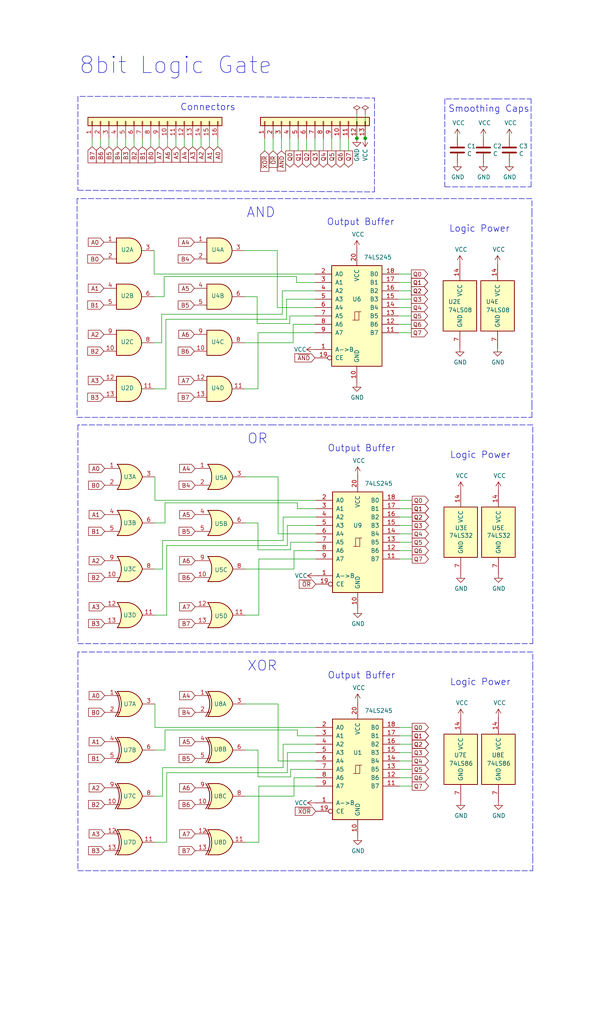
<source format=kicad_sch>
(kicad_sch (version 20211123) (generator eeschema)
  (paper "User" 184.988 310.007)
  (title_block (title "8bit Logic Gate (ALU)") (rev "3"))
  (lib_symbols
    (symbol "74xx:74LS08" (pin_names (offset 1.016))
      (property "Reference" "U" (at 0 1.27 0))
      (property "Value" "74LS08" (at 0 -1.27 0))
      (symbol "74LS08_1_1"
        (pin input line (at -7.62 2.54 0) (length 3.81) (name "~") (number "1"))
        (pin input line (at -7.62 -2.54 0) (length 3.81) (name "~") (number "2"))
        (pin output line (at 7.62 0 180) (length 3.81) (name "~") (number "3"))
      )
      (symbol "74LS08_1_2"
        (pin input inverted (at -7.62 2.54 0) (length 4.318) (name "~") (number "1"))
        (pin input inverted (at -7.62 -2.54 0) (length 4.318) (name "~") (number "2"))
        (pin output inverted (at 7.62 0 180) (length 3.81) (name "~") (number "3"))
      )
      (symbol "74LS08_2_1"
        (pin input line (at -7.62 2.54 0) (length 3.81) (name "~") (number "4"))
        (pin input line (at -7.62 -2.54 0) (length 3.81) (name "~") (number "5"))
        (pin output line (at 7.62 0 180) (length 3.81) (name "~") (number "6"))
      )
      (symbol "74LS08_2_2"
        (pin input inverted (at -7.62 2.54 0) (length 4.318) (name "~") (number "4"))
        (pin input inverted (at -7.62 -2.54 0) (length 4.318) (name "~") (number "5"))
        (pin output inverted (at 7.62 0 180) (length 3.81) (name "~") (number "6"))
      )
      (symbol "74LS08_3_1"
        (pin input line (at -7.62 -2.54 0) (length 3.81) (name "~") (number "10"))
        (pin output line (at 7.62 0 180) (length 3.81) (name "~") (number "8"))
        (pin input line (at -7.62 2.54 0) (length 3.81) (name "~") (number "9"))
      )
      (symbol "74LS08_3_2"
        (pin input inverted (at -7.62 -2.54 0) (length 4.318) (name "~") (number "10"))
        (pin output inverted (at 7.62 0 180) (length 3.81) (name "~") (number "8"))
        (pin input inverted (at -7.62 2.54 0) (length 4.318) (name "~") (number "9"))
      )
      (symbol "74LS08_4_1"
        (pin output line (at 7.62 0 180) (length 3.81) (name "~") (number "11"))
        (pin input line (at -7.62 2.54 0) (length 3.81) (name "~") (number "12"))
        (pin input line (at -7.62 -2.54 0) (length 3.81) (name "~") (number "13"))
      )
      (symbol "74LS08_4_2"
        (pin output inverted (at 7.62 0 180) (length 3.81) (name "~") (number "11"))
        (pin input inverted (at -7.62 2.54 0) (length 4.318) (name "~") (number "12"))
        (pin input inverted (at -7.62 -2.54 0) (length 4.318) (name "~") (number "13"))
      )
      (symbol "74LS08_5_0"
        (pin power_in line (at 0 12.7 270) (length 5.08) (name "VCC") (number "14"))
        (pin power_in line (at 0 -12.7 90) (length 5.08) (name "GND") (number "7"))
      )
    )
    (symbol "74xx:74LS245" (pin_names (offset 1.016))
      (property "Reference" "U" (at -7.62 16.51 0))
      (property "Value" "74LS245" (at -7.62 -16.51 0))
      (symbol "74LS245_1_0"
        (pin input line (at -12.7 -10.16 0) (length 5.08) (name "A->B") (number "1"))
        (pin power_in line (at 0 -20.32 90) (length 5.08) (name "GND") (number "10"))
        (pin tri_state line (at 12.7 -5.08 180) (length 5.08) (name "B7") (number "11"))
        (pin tri_state line (at 12.7 -2.54 180) (length 5.08) (name "B6") (number "12"))
        (pin tri_state line (at 12.7 0 180) (length 5.08) (name "B5") (number "13"))
        (pin tri_state line (at 12.7 2.54 180) (length 5.08) (name "B4") (number "14"))
        (pin tri_state line (at 12.7 5.08 180) (length 5.08) (name "B3") (number "15"))
        (pin tri_state line (at 12.7 7.62 180) (length 5.08) (name "B2") (number "16"))
        (pin tri_state line (at 12.7 10.16 180) (length 5.08) (name "B1") (number "17"))
        (pin tri_state line (at 12.7 12.7 180) (length 5.08) (name "B0") (number "18"))
        (pin input inverted (at -12.7 -12.7 0) (length 5.08) (name "CE") (number "19"))
        (pin tri_state line (at -12.7 12.7 0) (length 5.08) (name "A0") (number "2"))
        (pin power_in line (at 0 20.32 270) (length 5.08) (name "VCC") (number "20"))
        (pin tri_state line (at -12.7 10.16 0) (length 5.08) (name "A1") (number "3"))
        (pin tri_state line (at -12.7 7.62 0) (length 5.08) (name "A2") (number "4"))
        (pin tri_state line (at -12.7 5.08 0) (length 5.08) (name "A3") (number "5"))
        (pin tri_state line (at -12.7 2.54 0) (length 5.08) (name "A4") (number "6"))
        (pin tri_state line (at -12.7 0 0) (length 5.08) (name "A5") (number "7"))
        (pin tri_state line (at -12.7 -2.54 0) (length 5.08) (name "A6") (number "8"))
        (pin tri_state line (at -12.7 -5.08 0) (length 5.08) (name "A7") (number "9"))
      )
    )
    (symbol "74xx:74LS32" (pin_names (offset 1.016))
      (property "Reference" "U" (at 0 1.27 0))
      (property "Value" "74LS32" (at 0 -1.27 0))
      (symbol "74LS32_1_1"
        (pin input line (at -7.62 2.54 0) (length 4.318) (name "~") (number "1"))
        (pin input line (at -7.62 -2.54 0) (length 4.318) (name "~") (number "2"))
        (pin output line (at 7.62 0 180) (length 3.81) (name "~") (number "3"))
      )
      (symbol "74LS32_1_2"
        (pin input inverted (at -7.62 2.54 0) (length 3.81) (name "~") (number "1"))
        (pin input inverted (at -7.62 -2.54 0) (length 3.81) (name "~") (number "2"))
        (pin output inverted (at 7.62 0 180) (length 3.81) (name "~") (number "3"))
      )
      (symbol "74LS32_2_1"
        (pin input line (at -7.62 2.54 0) (length 4.318) (name "~") (number "4"))
        (pin input line (at -7.62 -2.54 0) (length 4.318) (name "~") (number "5"))
        (pin output line (at 7.62 0 180) (length 3.81) (name "~") (number "6"))
      )
      (symbol "74LS32_2_2"
        (pin input inverted (at -7.62 2.54 0) (length 3.81) (name "~") (number "4"))
        (pin input inverted (at -7.62 -2.54 0) (length 3.81) (name "~") (number "5"))
        (pin output inverted (at 7.62 0 180) (length 3.81) (name "~") (number "6"))
      )
      (symbol "74LS32_3_1"
        (pin input line (at -7.62 -2.54 0) (length 4.318) (name "~") (number "10"))
        (pin output line (at 7.62 0 180) (length 3.81) (name "~") (number "8"))
        (pin input line (at -7.62 2.54 0) (length 4.318) (name "~") (number "9"))
      )
      (symbol "74LS32_3_2"
        (pin input inverted (at -7.62 -2.54 0) (length 3.81) (name "~") (number "10"))
        (pin output inverted (at 7.62 0 180) (length 3.81) (name "~") (number "8"))
        (pin input inverted (at -7.62 2.54 0) (length 3.81) (name "~") (number "9"))
      )
      (symbol "74LS32_4_1"
        (pin output line (at 7.62 0 180) (length 3.81) (name "~") (number "11"))
        (pin input line (at -7.62 2.54 0) (length 4.318) (name "~") (number "12"))
        (pin input line (at -7.62 -2.54 0) (length 4.318) (name "~") (number "13"))
      )
      (symbol "74LS32_4_2"
        (pin output inverted (at 7.62 0 180) (length 3.81) (name "~") (number "11"))
        (pin input inverted (at -7.62 2.54 0) (length 3.81) (name "~") (number "12"))
        (pin input inverted (at -7.62 -2.54 0) (length 3.81) (name "~") (number "13"))
      )
      (symbol "74LS32_5_0"
        (pin power_in line (at 0 12.7 270) (length 5.08) (name "VCC") (number "14"))
        (pin power_in line (at 0 -12.7 90) (length 5.08) (name "GND") (number "7"))
      )
    )
    (symbol "74xx:74LS86" (pin_names (offset 1.016))
      (property "Reference" "U" (at 0 1.27 0))
      (property "Value" "74LS86" (at 0 -1.27 0))
      (symbol "74LS86_1_0"
        (pin input line (at -7.62 2.54 0) (length 4.445) (name "~") (number "1"))
        (pin input line (at -7.62 -2.54 0) (length 4.445) (name "~") (number "2"))
        (pin output line (at 7.62 0 180) (length 3.81) (name "~") (number "3"))
      )
      (symbol "74LS86_2_0"
        (pin input line (at -7.62 2.54 0) (length 4.445) (name "~") (number "4"))
        (pin input line (at -7.62 -2.54 0) (length 4.445) (name "~") (number "5"))
        (pin output line (at 7.62 0 180) (length 3.81) (name "~") (number "6"))
      )
      (symbol "74LS86_3_0"
        (pin input line (at -7.62 -2.54 0) (length 4.445) (name "~") (number "10"))
        (pin output line (at 7.62 0 180) (length 3.81) (name "~") (number "8"))
        (pin input line (at -7.62 2.54 0) (length 4.445) (name "~") (number "9"))
      )
      (symbol "74LS86_4_0"
        (pin output line (at 7.62 0 180) (length 3.81) (name "~") (number "11"))
        (pin input line (at -7.62 2.54 0) (length 4.445) (name "~") (number "12"))
        (pin input line (at -7.62 -2.54 0) (length 4.445) (name "~") (number "13"))
      )
      (symbol "74LS86_5_0"
        (pin power_in line (at 0 12.7 270) (length 5.08) (name "VCC") (number "14"))
        (pin power_in line (at 0 -12.7 90) (length 5.08) (name "GND") (number "7"))
      )
    )
    (symbol "Connector_Generic:Conn_01x13" (pin_names (offset 1.016) hide)
      (property "Reference" "J" (at 0 17.78 0))
      (property "Value" "Conn_01x13" (at 0 -17.78 0))
      (symbol "Conn_01x13_1_1"
        (pin passive line (at -5.08 15.24 0) (length 3.81) (name "Pin_1") (number "1"))
        (pin passive line (at -5.08 -7.62 0) (length 3.81) (name "Pin_10") (number "10"))
        (pin passive line (at -5.08 -10.16 0) (length 3.81) (name "Pin_11") (number "11"))
        (pin passive line (at -5.08 -12.7 0) (length 3.81) (name "Pin_12") (number "12"))
        (pin passive line (at -5.08 -15.24 0) (length 3.81) (name "Pin_13") (number "13"))
        (pin passive line (at -5.08 12.7 0) (length 3.81) (name "Pin_2") (number "2"))
        (pin passive line (at -5.08 10.16 0) (length 3.81) (name "Pin_3") (number "3"))
        (pin passive line (at -5.08 7.62 0) (length 3.81) (name "Pin_4") (number "4"))
        (pin passive line (at -5.08 5.08 0) (length 3.81) (name "Pin_5") (number "5"))
        (pin passive line (at -5.08 2.54 0) (length 3.81) (name "Pin_6") (number "6"))
        (pin passive line (at -5.08 0 0) (length 3.81) (name "Pin_7") (number "7"))
        (pin passive line (at -5.08 -2.54 0) (length 3.81) (name "Pin_8") (number "8"))
        (pin passive line (at -5.08 -5.08 0) (length 3.81) (name "Pin_9") (number "9"))
      )
    )
    (symbol "Connector_Generic:Conn_01x16" (pin_names (offset 1.016) hide)
      (property "Reference" "J" (at 0 20.32 0))
      (property "Value" "Conn_01x16" (at 0 -22.86 0))
      (symbol "Conn_01x16_1_1"
        (pin passive line (at -5.08 17.78 0) (length 3.81) (name "Pin_1") (number "1"))
        (pin passive line (at -5.08 -5.08 0) (length 3.81) (name "Pin_10") (number "10"))
        (pin passive line (at -5.08 -7.62 0) (length 3.81) (name "Pin_11") (number "11"))
        (pin passive line (at -5.08 -10.16 0) (length 3.81) (name "Pin_12") (number "12"))
        (pin passive line (at -5.08 -12.7 0) (length 3.81) (name "Pin_13") (number "13"))
        (pin passive line (at -5.08 -15.24 0) (length 3.81) (name "Pin_14") (number "14"))
        (pin passive line (at -5.08 -17.78 0) (length 3.81) (name "Pin_15") (number "15"))
        (pin passive line (at -5.08 -20.32 0) (length 3.81) (name "Pin_16") (number "16"))
        (pin passive line (at -5.08 15.24 0) (length 3.81) (name "Pin_2") (number "2"))
        (pin passive line (at -5.08 12.7 0) (length 3.81) (name "Pin_3") (number "3"))
        (pin passive line (at -5.08 10.16 0) (length 3.81) (name "Pin_4") (number "4"))
        (pin passive line (at -5.08 7.62 0) (length 3.81) (name "Pin_5") (number "5"))
        (pin passive line (at -5.08 5.08 0) (length 3.81) (name "Pin_6") (number "6"))
        (pin passive line (at -5.08 2.54 0) (length 3.81) (name "Pin_7") (number "7"))
        (pin passive line (at -5.08 0 0) (length 3.81) (name "Pin_8") (number "8"))
        (pin passive line (at -5.08 -2.54 0) (length 3.81) (name "Pin_9") (number "9"))
      )
    )
    (symbol "Device:C" (pin_numbers hide) (pin_names (offset 0.254))
      (property "Reference" "C" (at 0.635 2.54 0))
      (property "Value" "C" (at 0.635 -2.54 0))
      (symbol "C_1_1"
        (pin passive line (at 0 3.81 270) (length 2.794) (name "~") (number "1"))
        (pin passive line (at 0 -3.81 90) (length 2.794) (name "~") (number "2"))
      )
    )
    (symbol "power:GND" (power) (pin_names (offset 0))
      (property "Value" "GND" (at 0 -3.81 0))
      (symbol "GND_1_1"
        (pin power_in line (at 0 0 270) (length 0) hide (name "GND") (number "1"))
      )
    )
    (symbol "power:PWR_FLAG" (power) (pin_numbers hide) (pin_names (offset 0) hide)
      (property "Value" "PWR_FLAG" (at 0 3.81 0))
      (symbol "PWR_FLAG_0_0"
        (pin power_out line (at 0 0 90) (length 0) (name "pwr") (number "1"))
      )
    )
    (symbol "power:VCC" (power) (pin_names (offset 0))
      (property "Value" "VCC" (at 0 3.81 0))
      (symbol "VCC_1_1"
        (pin power_in line (at 0 0 90) (length 0) hide (name "VCC") (number "1"))
      )
    )
  )
  (junction (at 108.204 41.91))
  (junction (at 110.744 41.91))
  (wire (pts (xy 90.17 154.178) (xy 90.17 152.4)))
  (polyline (pts (xy 161.544 133.35) (xy 161.544 128.778)))
  (wire (pts (xy 124.968 220.472) (xy 121.158 220.472)))
  (wire (pts (xy 121.158 228.092) (xy 124.968 228.092)))
  (wire (pts (xy 95.758 235.712) (xy 89.154 235.712)))
  (wire (pts (xy 121.158 233.172) (xy 124.968 233.172)))
  (wire (pts (xy 121.158 156.718) (xy 124.968 156.718)))
  (wire (pts (xy 120.904 88.138) (xy 124.714 88.138)))
  (wire (pts (xy 85.852 156.718) (xy 95.758 156.718)))
  (wire (pts (xy 58.42 41.91) (xy 58.42 44.45)))
  (wire (pts (xy 95.758 233.172) (xy 88.138 233.172)))
  (polyline (pts (xy 23.622 57.658) (xy 113.538 58.166)))
  (polyline (pts (xy 161.036 56.642) (xy 161.036 29.972)))
  (polyline (pts (xy 62.484 29.21) (xy 113.538 29.718)))
  (polyline (pts (xy 51.562 128.778) (xy 82.804 128.778)))
  (wire (pts (xy 121.158 230.632) (xy 124.968 230.632)))
  (wire (pts (xy 84.074 75.946) (xy 84.074 93.218)))
  (wire (pts (xy 35.56 41.91) (xy 35.56 44.45)))
  (wire (pts (xy 120.904 100.838) (xy 124.714 100.838)))
  (wire (pts (xy 43.18 41.91) (xy 43.18 44.45)))
  (wire (pts (xy 100.584 45.72) (xy 100.584 41.91)))
  (wire (pts (xy 49.276 172.466) (xy 49.276 163.83)))
  (wire (pts (xy 95.758 166.878) (xy 89.154 166.878)))
  (wire (pts (xy 85.344 45.72) (xy 85.344 41.91)))
  (wire (pts (xy 78.486 186.436) (xy 74.422 186.436)))
  (wire (pts (xy 78.232 235.458) (xy 78.232 227.33)))
  (polyline (pts (xy 23.622 263.906) (xy 82.804 263.906)))
  (wire (pts (xy 95.504 90.678) (xy 86.868 90.678)))
  (wire (pts (xy 50.546 234.188) (xy 50.546 255.27)))
  (wire (pts (xy 95.758 223.012) (xy 90.17 223.012)))
  (wire (pts (xy 88.138 233.172) (xy 88.138 235.458)))
  (wire (pts (xy 95.504 45.72) (xy 95.504 41.91)))
  (wire (pts (xy 78.232 100.838) (xy 78.232 117.856)))
  (wire (pts (xy 49.784 83.82) (xy 49.784 89.916)))
  (wire (pts (xy 95.758 220.472) (xy 46.99 220.472)))
  (polyline (pts (xy 161.544 260.35) (xy 161.544 202.184)))
  (wire (pts (xy 95.504 98.298) (xy 88.9 98.298)))
  (polyline (pts (xy 134.874 29.972) (xy 134.874 56.642)))
  (wire (pts (xy 49.276 163.83) (xy 85.852 163.83)))
  (wire (pts (xy 121.158 238.252) (xy 124.968 238.252)))
  (wire (pts (xy 74.422 213.36) (xy 84.328 213.36)))
  (wire (pts (xy 89.916 85.598) (xy 89.916 83.82)))
  (wire (pts (xy 85.598 88.138) (xy 95.504 88.138)))
  (polyline (pts (xy 161.544 128.778) (xy 82.804 128.778)))
  (wire (pts (xy 95.758 159.258) (xy 87.122 159.258)))
  (wire (pts (xy 88.9 98.298) (xy 88.9 103.886)))
  (wire (pts (xy 121.158 166.878) (xy 124.968 166.878)))
  (wire (pts (xy 46.736 83.058) (xy 46.736 75.946)))
  (polyline (pts (xy 51.308 60.198) (xy 82.55 60.198)))
  (wire (pts (xy 85.598 95.25) (xy 85.598 88.138)))
  (wire (pts (xy 120.904 85.598) (xy 124.714 85.598)))
  (wire (pts (xy 84.328 230.632) (xy 95.758 230.632)))
  (wire (pts (xy 121.158 223.012) (xy 124.968 223.012)))
  (wire (pts (xy 121.158 154.178) (xy 124.968 154.178)))
  (wire (pts (xy 60.96 41.91) (xy 60.96 44.45)))
  (wire (pts (xy 95.758 151.638) (xy 46.99 151.638)))
  (wire (pts (xy 78.232 227.33) (xy 74.422 227.33)))
  (wire (pts (xy 78.486 238.252) (xy 78.486 255.27)))
  (wire (pts (xy 50.546 165.354) (xy 50.546 186.436)))
  (wire (pts (xy 85.852 163.83) (xy 85.852 156.718)))
  (wire (pts (xy 121.158 169.418) (xy 124.968 169.418)))
  (wire (pts (xy 95.758 228.092) (xy 87.122 228.092)))
  (wire (pts (xy 78.232 117.856) (xy 74.168 117.856)))
  (polyline (pts (xy 161.29 122.936) (xy 161.29 64.77)))
  (polyline (pts (xy 51.308 60.198) (xy 23.368 60.198)))
  (polyline (pts (xy 51.562 197.612) (xy 23.622 197.612)))
  (wire (pts (xy 124.968 151.638) (xy 121.158 151.638)))
  (polyline (pts (xy 23.622 195.072) (xy 82.804 195.072)))
  (wire (pts (xy 77.978 89.916) (xy 74.168 89.916)))
  (wire (pts (xy 46.99 172.466) (xy 49.276 172.466)))
  (wire (pts (xy 98.044 45.72) (xy 98.044 41.91)))
  (wire (pts (xy 90.17 221.234) (xy 50.038 221.234)))
  (polyline (pts (xy 134.874 56.642) (xy 161.036 56.642)))
  (wire (pts (xy 86.868 90.678) (xy 86.868 96.774)))
  (wire (pts (xy 95.758 164.338) (xy 88.138 164.338)))
  (polyline (pts (xy 161.544 263.906) (xy 161.544 260.35)))
  (wire (pts (xy 50.038 221.234) (xy 50.038 227.33)))
  (wire (pts (xy 87.884 98.044) (xy 77.978 98.044)))
  (polyline (pts (xy 51.562 128.778) (xy 23.622 128.778)))
  (wire (pts (xy 121.158 159.258) (xy 124.968 159.258)))
  (wire (pts (xy 89.154 241.3) (xy 74.422 241.3)))
  (wire (pts (xy 95.504 95.758) (xy 87.884 95.758)))
  (wire (pts (xy 85.852 232.664) (xy 85.852 225.552)))
  (wire (pts (xy 121.158 235.712) (xy 124.968 235.712)))
  (polyline (pts (xy 82.804 195.072) (xy 161.544 195.072)))
  (polyline (pts (xy 82.804 263.906) (xy 161.544 263.906)))
  (wire (pts (xy 84.328 161.798) (xy 95.758 161.798)))
  (wire (pts (xy 95.504 100.838) (xy 78.232 100.838)))
  (wire (pts (xy 89.154 166.878) (xy 89.154 172.466)))
  (wire (pts (xy 90.424 45.72) (xy 90.424 41.91)))
  (wire (pts (xy 30.48 41.91) (xy 30.48 44.45)))
  (polyline (pts (xy 161.544 191.516) (xy 161.544 133.35)))
  (polyline (pts (xy 161.29 64.77) (xy 161.29 60.198)))
  (wire (pts (xy 49.022 95.25) (xy 85.598 95.25)))
  (polyline (pts (xy 150.622 29.972) (xy 134.874 29.972)))
  (wire (pts (xy 50.546 186.436) (xy 46.99 186.436)))
  (wire (pts (xy 95.758 154.178) (xy 90.17 154.178)))
  (wire (pts (xy 108.204 34.544) (xy 108.204 41.91)))
  (polyline (pts (xy 161.544 195.072) (xy 161.544 191.516)))
  (wire (pts (xy 89.154 172.466) (xy 74.422 172.466)))
  (wire (pts (xy 50.292 117.856) (xy 46.736 117.856)))
  (wire (pts (xy 63.5 41.91) (xy 63.5 44.45)))
  (wire (pts (xy 87.884 95.758) (xy 87.884 98.044)))
  (wire (pts (xy 88.138 235.458) (xy 78.232 235.458)))
  (wire (pts (xy 49.276 241.3) (xy 49.276 232.664)))
  (wire (pts (xy 49.784 83.82) (xy 89.916 83.82)))
  (wire (pts (xy 121.158 161.798) (xy 124.968 161.798)))
  (wire (pts (xy 124.714 83.058) (xy 120.904 83.058)))
  (polyline (pts (xy 23.622 197.612) (xy 23.622 263.906)))
  (wire (pts (xy 120.904 93.218) (xy 124.714 93.218)))
  (wire (pts (xy 87.884 45.72) (xy 87.884 41.91)))
  (wire (pts (xy 92.964 45.72) (xy 92.964 41.91)))
  (wire (pts (xy 50.546 255.27) (xy 46.99 255.27)))
  (wire (pts (xy 88.9 103.886) (xy 74.168 103.886)))
  (wire (pts (xy 87.122 234.188) (xy 50.546 234.188)))
  (polyline (pts (xy 82.55 126.492) (xy 161.29 126.492)))
  (wire (pts (xy 87.122 165.354) (xy 50.546 165.354)))
  (wire (pts (xy 120.904 98.298) (xy 124.714 98.298)))
  (wire (pts (xy 50.292 96.774) (xy 50.292 117.856)))
  (polyline (pts (xy 161.29 126.492) (xy 161.29 122.936)))
  (wire (pts (xy 82.804 45.72) (xy 82.804 41.91)))
  (wire (pts (xy 53.34 41.91) (xy 53.34 44.45)))
  (wire (pts (xy 45.72 41.91) (xy 45.72 44.45)))
  (wire (pts (xy 55.88 41.91) (xy 55.88 44.45)))
  (polyline (pts (xy 161.29 60.198) (xy 82.55 60.198)))
  (polyline (pts (xy 23.368 126.492) (xy 82.55 126.492)))
  (wire (pts (xy 105.664 45.72) (xy 105.664 41.91)))
  (wire (pts (xy 46.99 158.496) (xy 50.038 158.496)))
  (polyline (pts (xy 62.484 29.21) (xy 23.622 29.21)))
  (polyline (pts (xy 23.622 128.778) (xy 23.622 195.072)))
  (wire (pts (xy 78.232 166.624) (xy 78.232 158.496)))
  (wire (pts (xy 120.904 95.758) (xy 124.714 95.758)))
  (wire (pts (xy 86.868 96.774) (xy 50.292 96.774)))
  (wire (pts (xy 121.158 164.338) (xy 124.968 164.338)))
  (wire (pts (xy 84.328 213.36) (xy 84.328 230.632)))
  (wire (pts (xy 74.168 75.946) (xy 84.074 75.946)))
  (wire (pts (xy 87.122 228.092) (xy 87.122 234.188)))
  (wire (pts (xy 49.022 103.886) (xy 49.022 95.25)))
  (wire (pts (xy 88.138 166.624) (xy 78.232 166.624)))
  (wire (pts (xy 90.17 223.012) (xy 90.17 221.234)))
  (wire (pts (xy 95.504 85.598) (xy 89.916 85.598)))
  (wire (pts (xy 110.744 34.544) (xy 110.744 41.91)))
  (wire (pts (xy 120.904 90.678) (xy 124.714 90.678)))
  (wire (pts (xy 74.422 144.526) (xy 84.328 144.526)))
  (wire (pts (xy 103.124 45.72) (xy 103.124 41.91)))
  (polyline (pts (xy 113.538 58.166) (xy 113.538 29.718)))
  (wire (pts (xy 89.154 235.712) (xy 89.154 241.3)))
  (wire (pts (xy 95.758 169.418) (xy 78.486 169.418)))
  (wire (pts (xy 95.504 83.058) (xy 46.736 83.058)))
  (wire (pts (xy 78.232 158.496) (xy 74.422 158.496)))
  (wire (pts (xy 85.852 225.552) (xy 95.758 225.552)))
  (wire (pts (xy 78.486 169.418) (xy 78.486 186.436)))
  (wire (pts (xy 46.99 151.638) (xy 46.99 144.526)))
  (wire (pts (xy 50.038 152.4) (xy 50.038 158.496)))
  (polyline (pts (xy 51.562 197.612) (xy 82.804 197.612)))
  (polyline (pts (xy 161.544 202.184) (xy 161.544 197.612)))
  (wire (pts (xy 84.074 93.218) (xy 95.504 93.218)))
  (wire (pts (xy 46.99 220.472) (xy 46.99 213.36)))
  (wire (pts (xy 78.486 255.27) (xy 74.422 255.27)))
  (wire (pts (xy 46.99 227.33) (xy 50.038 227.33)))
  (wire (pts (xy 46.736 89.916) (xy 49.784 89.916)))
  (wire (pts (xy 88.138 164.338) (xy 88.138 166.624)))
  (wire (pts (xy 80.264 45.72) (xy 80.264 41.91)))
  (wire (pts (xy 90.17 152.4) (xy 50.038 152.4)))
  (wire (pts (xy 38.1 41.91) (xy 38.1 44.45)))
  (wire (pts (xy 46.99 241.3) (xy 49.276 241.3)))
  (wire (pts (xy 87.122 159.258) (xy 87.122 165.354)))
  (wire (pts (xy 50.8 41.91) (xy 50.8 44.45)))
  (wire (pts (xy 66.04 41.91) (xy 66.04 44.45)))
  (wire (pts (xy 46.736 103.886) (xy 49.022 103.886)))
  (wire (pts (xy 27.94 41.91) (xy 27.94 44.45)))
  (wire (pts (xy 33.02 41.91) (xy 33.02 44.45)))
  (wire (pts (xy 84.328 144.526) (xy 84.328 161.798)))
  (polyline (pts (xy 150.622 29.972) (xy 161.036 29.972)))
  (wire (pts (xy 95.758 238.252) (xy 78.486 238.252)))
  (polyline (pts (xy 161.544 197.612) (xy 82.804 197.612)))
  (wire (pts (xy 48.26 41.91) (xy 48.26 44.45)))
  (wire (pts (xy 49.276 232.664) (xy 85.852 232.664)))
  (polyline (pts (xy 23.622 29.21) (xy 23.622 57.658)))
  (wire (pts (xy 40.64 41.91) (xy 40.64 44.45)))
  (wire (pts (xy 77.978 98.044) (xy 77.978 89.916)))
  (wire (pts (xy 121.158 225.552) (xy 124.968 225.552)))
  (polyline (pts (xy 23.368 60.198) (xy 23.368 126.492)))
  (text "8bit Logic Gate" (at 23.876 22.86 0) (effects (font (size 5 5)) (justify left bottom)))
  (text "Logic Power" (at 136.398 208.026 0) (effects (font (size 2 2)) (justify left bottom)))
  (text "Smoothing Caps" (at 135.89 34.29 0) (effects (font (size 2 2)) (justify left bottom)))
  (text "Logic Power" (at 136.144 70.612 0) (effects (font (size 2 2)) (justify left bottom)))
  (text "Output Buffer" (at 99.06 68.58 0) (effects (font (size 2 2)) (justify left bottom)))
  (text "Connectors" (at 54.61 33.782 0) (effects (font (size 2 2)) (justify left bottom)))
  (text "OR" (at 74.93 134.874 0) (effects (font (size 3 3)) (justify left bottom)))
  (text "Output Buffer" (at 99.314 205.994 0) (effects (font (size 2 2)) (justify left bottom)))
  (text "XOR" (at 74.93 203.708 0) (effects (font (size 3 3)) (justify left bottom)))
  (text "Logic Power" (at 136.398 139.192 0) (effects (font (size 2 2)) (justify left bottom)))
  (text "Output Buffer" (at 99.314 137.16 0) (effects (font (size 2 2)) (justify left bottom)))
  (text "AND" (at 74.676 66.294 0) (effects (font (size 3 3)) (justify left bottom)))
  (global_label "A4" (shape input) (at 55.88 44.45 270) (property "Intersheet References" "${INTERSHEET_REFS}" (effects hide)))
  (global_label "A1" (shape input) (at 31.75 155.956 180) (property "Intersheet References" "${INTERSHEET_REFS}" (effects hide)))
  (global_label "A2" (shape input) (at 31.496 101.346 180) (property "Intersheet References" "${INTERSHEET_REFS}" (effects hide)))
  (global_label "B5" (shape input) (at 33.02 44.45 270) (property "Intersheet References" "${INTERSHEET_REFS}" (effects hide)))
  (global_label "Q6" (shape output) (at 103.124 45.72 270) (property "Intersheet References" "${INTERSHEET_REFS}" (effects hide)))
  (global_label "A7" (shape input) (at 48.26 44.45 270) (property "Intersheet References" "${INTERSHEET_REFS}" (effects hide)))
  (global_label "A5" (shape input) (at 58.928 87.376 180) (property "Intersheet References" "${INTERSHEET_REFS}" (effects hide)))
  (global_label "Q7" (shape output) (at 105.664 45.72 270) (property "Intersheet References" "${INTERSHEET_REFS}" (effects hide)))
  (global_label "A4" (shape input) (at 58.928 73.406 180) (property "Intersheet References" "${INTERSHEET_REFS}" (effects hide)))
  (global_label "Q6" (shape output) (at 124.714 98.298 0) (property "Intersheet References" "${INTERSHEET_REFS}" (effects hide)))
  (global_label "Q2" (shape output) (at 124.714 88.138 0) (property "Intersheet References" "${INTERSHEET_REFS}" (effects hide)))
  (global_label "Q4" (shape output) (at 124.968 230.632 0) (property "Intersheet References" "${INTERSHEET_REFS}" (effects hide)))
  (global_label "B0" (shape input) (at 31.75 215.9 180) (property "Intersheet References" "${INTERSHEET_REFS}" (effects hide)))
  (global_label "B6" (shape input) (at 58.928 106.426 180) (property "Intersheet References" "${INTERSHEET_REFS}" (effects hide)))
  (global_label "Q0" (shape output) (at 124.968 151.638 0) (property "Intersheet References" "${INTERSHEET_REFS}" (effects hide)))
  (global_label "Q0" (shape output) (at 87.884 45.72 270) (property "Intersheet References" "${INTERSHEET_REFS}" (effects hide)))
  (global_label "B3" (shape input) (at 31.496 120.396 180) (property "Intersheet References" "${INTERSHEET_REFS}" (effects hide)))
  (global_label "~{OR}" (shape input) (at 95.758 177.038 180) (property "Intersheet References" "${INTERSHEET_REFS}" (effects hide)))
  (global_label "Q1" (shape output) (at 124.968 223.012 0) (property "Intersheet References" "${INTERSHEET_REFS}" (effects hide)))
  (global_label "Q2" (shape output) (at 124.968 225.552 0) (property "Intersheet References" "${INTERSHEET_REFS}" (effects hide)))
  (global_label "~{XOR}" (shape input) (at 80.264 45.72 270) (property "Intersheet References" "${INTERSHEET_REFS}" (effects hide)))
  (global_label "B7" (shape input) (at 58.928 120.396 180) (property "Intersheet References" "${INTERSHEET_REFS}" (effects hide)))
  (global_label "~{OR}" (shape input) (at 82.804 45.72 270) (property "Intersheet References" "${INTERSHEET_REFS}" (effects hide)))
  (global_label "B7" (shape input) (at 27.94 44.45 270) (property "Intersheet References" "${INTERSHEET_REFS}" (effects hide)))
  (global_label "Q7" (shape output) (at 124.714 100.838 0) (property "Intersheet References" "${INTERSHEET_REFS}" (effects hide)))
  (global_label "B7" (shape input) (at 59.182 257.81 180) (property "Intersheet References" "${INTERSHEET_REFS}" (effects hide)))
  (global_label "Q3" (shape output) (at 95.504 45.72 270) (property "Intersheet References" "${INTERSHEET_REFS}" (effects hide)))
  (global_label "B2" (shape input) (at 40.64 44.45 270) (property "Intersheet References" "${INTERSHEET_REFS}" (effects hide)))
  (global_label "Q2" (shape output) (at 124.968 156.718 0) (property "Intersheet References" "${INTERSHEET_REFS}" (effects hide)))
  (global_label "B0" (shape input) (at 31.496 78.486 180) (property "Intersheet References" "${INTERSHEET_REFS}" (effects hide)))
  (global_label "A1" (shape input) (at 31.496 87.376 180) (property "Intersheet References" "${INTERSHEET_REFS}" (effects hide)))
  (global_label "A2" (shape input) (at 31.75 238.76 180) (property "Intersheet References" "${INTERSHEET_REFS}" (effects hide)))
  (global_label "Q6" (shape output) (at 124.968 235.712 0) (property "Intersheet References" "${INTERSHEET_REFS}" (effects hide)))
  (global_label "B5" (shape input) (at 59.182 161.036 180) (property "Intersheet References" "${INTERSHEET_REFS}" (effects hide)))
  (global_label "A7" (shape input) (at 59.182 183.896 180) (property "Intersheet References" "${INTERSHEET_REFS}" (effects hide)))
  (global_label "A3" (shape input) (at 31.75 252.73 180) (property "Intersheet References" "${INTERSHEET_REFS}" (effects hide)))
  (global_label "Q2" (shape output) (at 124.968 225.552 0) (property "Intersheet References" "${INTERSHEET_REFS}" (effects hide)))
  (global_label "B4" (shape input) (at 35.56 44.45 270) (property "Intersheet References" "${INTERSHEET_REFS}" (effects hide)))
  (global_label "Q1" (shape output) (at 124.968 223.012 0) (property "Intersheet References" "${INTERSHEET_REFS}" (effects hide)))
  (global_label "A0" (shape input) (at 31.496 73.406 180) (property "Intersheet References" "${INTERSHEET_REFS}" (effects hide)))
  (global_label "Q1" (shape output) (at 124.968 154.178 0) (property "Intersheet References" "${INTERSHEET_REFS}" (effects hide)))
  (global_label "A0" (shape input) (at 66.04 44.45 270) (property "Intersheet References" "${INTERSHEET_REFS}" (effects hide)))
  (global_label "A1" (shape input) (at 31.75 224.79 180) (property "Intersheet References" "${INTERSHEET_REFS}" (effects hide)))
  (global_label "A5" (shape input) (at 59.182 155.956 180) (property "Intersheet References" "${INTERSHEET_REFS}" (effects hide)))
  (global_label "A6" (shape input) (at 59.182 238.76 180) (property "Intersheet References" "${INTERSHEET_REFS}" (effects hide)))
  (global_label "B1" (shape input) (at 31.75 229.87 180) (property "Intersheet References" "${INTERSHEET_REFS}" (effects hide)))
  (global_label "B2" (shape input) (at 31.75 243.84 180) (property "Intersheet References" "${INTERSHEET_REFS}" (effects hide)))
  (global_label "B2" (shape input) (at 31.496 106.426 180) (property "Intersheet References" "${INTERSHEET_REFS}" (effects hide)))
  (global_label "Q3" (shape output) (at 124.968 159.258 0) (property "Intersheet References" "${INTERSHEET_REFS}" (effects hide)))
  (global_label "A5" (shape input) (at 59.182 224.79 180) (property "Intersheet References" "${INTERSHEET_REFS}" (effects hide)))
  (global_label "B1" (shape input) (at 43.18 44.45 270) (property "Intersheet References" "${INTERSHEET_REFS}" (effects hide)))
  (global_label "B0" (shape input) (at 45.72 44.45 270) (property "Intersheet References" "${INTERSHEET_REFS}" (effects hide)))
  (global_label "Q1" (shape output) (at 124.714 85.598 0) (property "Intersheet References" "${INTERSHEET_REFS}" (effects hide)))
  (global_label "Q2" (shape output) (at 124.968 156.718 0) (property "Intersheet References" "${INTERSHEET_REFS}" (effects hide)))
  (global_label "A5" (shape input) (at 53.34 44.45 270) (property "Intersheet References" "${INTERSHEET_REFS}" (effects hide)))
  (global_label "B0" (shape input) (at 31.75 147.066 180) (property "Intersheet References" "${INTERSHEET_REFS}" (effects hide)))
  (global_label "A3" (shape input) (at 31.496 115.316 180) (property "Intersheet References" "${INTERSHEET_REFS}" (effects hide)))
  (global_label "B5" (shape input) (at 59.182 229.87 180) (property "Intersheet References" "${INTERSHEET_REFS}" (effects hide)))
  (global_label "Q7" (shape output) (at 124.968 238.252 0) (property "Intersheet References" "${INTERSHEET_REFS}" (effects hide)))
  (global_label "Q7" (shape output) (at 124.968 169.418 0) (property "Intersheet References" "${INTERSHEET_REFS}" (effects hide)))
  (global_label "Q3" (shape output) (at 124.968 228.092 0) (property "Intersheet References" "${INTERSHEET_REFS}" (effects hide)))
  (global_label "B4" (shape input) (at 59.182 215.9 180) (property "Intersheet References" "${INTERSHEET_REFS}" (effects hide)))
  (global_label "B7" (shape input) (at 59.182 188.976 180) (property "Intersheet References" "${INTERSHEET_REFS}" (effects hide)))
  (global_label "B3" (shape input) (at 38.1 44.45 270) (property "Intersheet References" "${INTERSHEET_REFS}" (effects hide)))
  (global_label "B6" (shape input) (at 59.182 243.84 180) (property "Intersheet References" "${INTERSHEET_REFS}" (effects hide)))
  (global_label "A0" (shape input) (at 31.75 141.986 180) (property "Intersheet References" "${INTERSHEET_REFS}" (effects hide)))
  (global_label "A0" (shape input) (at 31.75 210.82 180) (property "Intersheet References" "${INTERSHEET_REFS}" (effects hide)))
  (global_label "B3" (shape input) (at 31.75 188.976 180) (property "Intersheet References" "${INTERSHEET_REFS}" (effects hide)))
  (global_label "Q2" (shape output) (at 124.714 88.138 0) (property "Intersheet References" "${INTERSHEET_REFS}" (effects hide)))
  (global_label "Q4" (shape output) (at 124.714 93.218 0) (property "Intersheet References" "${INTERSHEET_REFS}" (effects hide)))
  (global_label "Q1" (shape output) (at 124.714 85.598 0) (property "Intersheet References" "${INTERSHEET_REFS}" (effects hide)))
  (global_label "A2" (shape input) (at 60.96 44.45 270) (property "Intersheet References" "${INTERSHEET_REFS}" (effects hide)))
  (global_label "B5" (shape input) (at 58.928 92.456 180) (property "Intersheet References" "${INTERSHEET_REFS}" (effects hide)))
  (global_label "Q3" (shape output) (at 124.714 90.678 0) (property "Intersheet References" "${INTERSHEET_REFS}" (effects hide)))
  (global_label "A2" (shape input) (at 31.75 169.926 180) (property "Intersheet References" "${INTERSHEET_REFS}" (effects hide)))
  (global_label "Q6" (shape output) (at 124.968 166.878 0) (property "Intersheet References" "${INTERSHEET_REFS}" (effects hide)))
  (global_label "B6" (shape input) (at 30.48 44.45 270) (property "Intersheet References" "${INTERSHEET_REFS}" (effects hide)))
  (global_label "A3" (shape input) (at 58.42 44.45 270) (property "Intersheet References" "${INTERSHEET_REFS}" (effects hide)))
  (global_label "Q5" (shape output) (at 124.968 164.338 0) (property "Intersheet References" "${INTERSHEET_REFS}" (effects hide)))
  (global_label "Q1" (shape output) (at 124.968 154.178 0) (property "Intersheet References" "${INTERSHEET_REFS}" (effects hide)))
  (global_label "B1" (shape input) (at 31.496 92.456 180) (property "Intersheet References" "${INTERSHEET_REFS}" (effects hide)))
  (global_label "~{AND}" (shape input) (at 85.344 45.72 270) (property "Intersheet References" "${INTERSHEET_REFS}" (effects hide)))
  (global_label "B4" (shape input) (at 58.928 78.486 180) (property "Intersheet References" "${INTERSHEET_REFS}" (effects hide)))
  (global_label "~{AND}" (shape input) (at 95.504 108.458 180) (property "Intersheet References" "${INTERSHEET_REFS}" (effects hide)))
  (global_label "A3" (shape input) (at 31.75 183.896 180) (property "Intersheet References" "${INTERSHEET_REFS}" (effects hide)))
  (global_label "~{XOR}" (shape input) (at 95.758 245.872 180) (property "Intersheet References" "${INTERSHEET_REFS}" (effects hide)))
  (global_label "B2" (shape input) (at 31.75 175.006 180) (property "Intersheet References" "${INTERSHEET_REFS}" (effects hide)))
  (global_label "Q0" (shape output) (at 124.714 83.058 0) (property "Intersheet References" "${INTERSHEET_REFS}" (effects hide)))
  (global_label "A6" (shape input) (at 50.8 44.45 270) (property "Intersheet References" "${INTERSHEET_REFS}" (effects hide)))
  (global_label "Q5" (shape output) (at 124.968 233.172 0) (property "Intersheet References" "${INTERSHEET_REFS}" (effects hide)))
  (global_label "Q4" (shape output) (at 98.044 45.72 270) (property "Intersheet References" "${INTERSHEET_REFS}" (effects hide)))
  (global_label "A4" (shape input) (at 59.182 141.986 180) (property "Intersheet References" "${INTERSHEET_REFS}" (effects hide)))
  (global_label "B6" (shape input) (at 59.182 175.006 180) (property "Intersheet References" "${INTERSHEET_REFS}" (effects hide)))
  (global_label "Q4" (shape output) (at 124.968 161.798 0) (property "Intersheet References" "${INTERSHEET_REFS}" (effects hide)))
  (global_label "Q5" (shape output) (at 100.584 45.72 270) (property "Intersheet References" "${INTERSHEET_REFS}" (effects hide)))
  (global_label "Q2" (shape output) (at 92.964 45.72 270) (property "Intersheet References" "${INTERSHEET_REFS}" (effects hide)))
  (global_label "A4" (shape input) (at 59.182 210.82 180) (property "Intersheet References" "${INTERSHEET_REFS}" (effects hide)))
  (global_label "A6" (shape input) (at 58.928 101.346 180) (property "Intersheet References" "${INTERSHEET_REFS}" (effects hide)))
  (global_label "B4" (shape input) (at 59.182 147.066 180) (property "Intersheet References" "${INTERSHEET_REFS}" (effects hide)))
  (global_label "Q0" (shape output) (at 124.968 220.472 0) (property "Intersheet References" "${INTERSHEET_REFS}" (effects hide)))
  (global_label "Q1" (shape output) (at 90.424 45.72 270) (property "Intersheet References" "${INTERSHEET_REFS}" (effects hide)))
  (global_label "B3" (shape input) (at 31.75 257.81 180) (property "Intersheet References" "${INTERSHEET_REFS}" (effects hide)))
  (global_label "B1" (shape input) (at 31.75 161.036 180) (property "Intersheet References" "${INTERSHEET_REFS}" (effects hide)))
  (global_label "Q5" (shape output) (at 124.714 95.758 0) (property "Intersheet References" "${INTERSHEET_REFS}" (effects hide)))
  (global_label "A1" (shape input) (at 63.5 44.45 270) (property "Intersheet References" "${INTERSHEET_REFS}" (effects hide)))
  (global_label "A7" (shape input) (at 59.182 252.73 180) (property "Intersheet References" "${INTERSHEET_REFS}" (effects hide)))
  (global_label "A7" (shape input) (at 58.928 115.316 180) (property "Intersheet References" "${INTERSHEET_REFS}" (effects hide)))
  (global_label "A6" (shape input) (at 59.182 169.926 180) (property "Intersheet References" "${INTERSHEET_REFS}" (effects hide)))
  (symbol (lib_id "power:VCC") (at 139.7 217.424 0) (unit 1)
    (property "Reference" "#PWR06" (effects hide))
    (property "Value" "VCC" (at 140.081 213.0298 0))
  )
  (symbol (lib_id "power:GND") (at 139.7 242.824 0) (unit 1)
    (property "Reference" "#PWR07" (effects hide))
    (property "Value" "GND" (at 139.827 247.2182 0))
  )
  (symbol (lib_id "power:VCC") (at 151.13 217.424 0) (unit 1)
    (property "Reference" "#PWR08" (effects hide))
    (property "Value" "VCC" (at 151.511 213.0298 0))
  )
  (symbol (lib_id "power:GND") (at 151.13 242.824 0) (unit 1)
    (property "Reference" "#PWR09" (effects hide))
    (property "Value" "GND" (at 151.257 247.2182 0))
  )
  (symbol (lib_id "power:VCC") (at 95.758 243.332 90) (unit 1)
    (property "Reference" "#PWR03" (effects hide))
    (property "Value" "VCC" (at 93.218 243.332 90) (effects (justify left)))
  )
  (symbol (lib_id "74xx:74LS245") (at 108.458 233.172 0) (unit 1)
    (property "Reference" "U1" (at 108.458 228.092 0))
    (property "Value" "74LS245" (at 114.808 215.392 0))
    (property "Footprint" "Package_SO:TSSOP-20_4.4x6.5mm_P0.65mm" (effects hide))
    (property "Datasheet" "http://www.ti.com/lit/gpn/sn74LS245" (effects hide))
  )
  (symbol (lib_id "power:GND") (at 108.458 253.492 0) (unit 1)
    (property "Reference" "#PWR05" (effects hide))
    (property "Value" "GND" (at 108.585 257.8862 0))
  )
  (symbol (lib_id "power:VCC") (at 108.458 212.852 0) (unit 1)
    (property "Reference" "#PWR04" (effects hide))
    (property "Value" "VCC" (at 108.839 208.4578 0))
  )
  (symbol (lib_id "74xx:74LS86") (at 39.37 213.36 0) (unit 1)
    (property "Reference" "U7" (at 39.37 213.36 0))
    (property "Value" "74LS86" (effects hide))
    (property "Footprint" "Package_SO:TSSOP-14_4.4x5mm_P0.65mm" (effects hide))
    (property "Datasheet" "74xx/74ls86.pdf" (effects hide))
  )
  (symbol (lib_id "74xx:74LS86") (at 39.37 227.33 0) (unit 2)
    (property "Reference" "U7" (at 39.37 227.33 0))
    (property "Value" "74LS86" (effects hide))
    (property "Footprint" "Package_SO:TSSOP-14_4.4x5mm_P0.65mm" (effects hide))
    (property "Datasheet" "74xx/74ls86.pdf" (effects hide))
  )
  (symbol (lib_id "74xx:74LS86") (at 39.37 241.3 0) (unit 3)
    (property "Reference" "U7" (at 39.37 241.3 0))
    (property "Value" "74LS86" (effects hide))
    (property "Footprint" "Package_SO:TSSOP-14_4.4x5mm_P0.65mm" (effects hide))
    (property "Datasheet" "74xx/74ls86.pdf" (effects hide))
  )
  (symbol (lib_id "74xx:74LS86") (at 39.37 255.27 0) (unit 4)
    (property "Reference" "U7" (at 39.37 255.27 0))
    (property "Value" "74LS86" (effects hide))
    (property "Footprint" "Package_SO:TSSOP-14_4.4x5mm_P0.65mm" (effects hide))
    (property "Datasheet" "74xx/74ls86.pdf" (effects hide))
  )
  (symbol (lib_id "74xx:74LS86") (at 139.7 230.124 0) (unit 5)
    (property "Reference" "U7" (at 137.668 228.854 0) (effects (justify left)))
    (property "Value" "74LS86" (at 136.144 231.394 0) (effects (justify left)))
    (property "Footprint" "Package_SO:TSSOP-14_4.4x5mm_P0.65mm" (effects hide))
    (property "Datasheet" "74xx/74ls86.pdf" (effects hide))
  )
  (symbol (lib_id "74xx:74LS86") (at 66.802 213.36 0) (unit 1)
    (property "Reference" "U8" (at 66.802 213.36 0))
    (property "Value" "74LS86" (effects hide))
    (property "Footprint" "Package_SO:TSSOP-14_4.4x5mm_P0.65mm" (effects hide))
    (property "Datasheet" "74xx/74ls86.pdf" (effects hide))
  )
  (symbol (lib_id "74xx:74LS86") (at 66.802 227.33 0) (unit 2)
    (property "Reference" "U8" (at 66.802 227.076 0))
    (property "Value" "74LS86" (effects hide))
    (property "Footprint" "Package_SO:TSSOP-14_4.4x5mm_P0.65mm" (effects hide))
    (property "Datasheet" "74xx/74ls86.pdf" (effects hide))
  )
  (symbol (lib_id "74xx:74LS86") (at 66.802 241.3 0) (unit 3)
    (property "Reference" "U8" (at 66.802 241.3 0))
    (property "Value" "74LS86" (effects hide))
    (property "Footprint" "Package_SO:TSSOP-14_4.4x5mm_P0.65mm" (effects hide))
    (property "Datasheet" "74xx/74ls86.pdf" (effects hide))
  )
  (symbol (lib_id "74xx:74LS86") (at 66.802 255.27 0) (unit 4)
    (property "Reference" "U8" (at 66.802 255.27 0))
    (property "Value" "74LS86" (effects hide))
    (property "Footprint" "Package_SO:TSSOP-14_4.4x5mm_P0.65mm" (effects hide))
    (property "Datasheet" "74xx/74ls86.pdf" (effects hide))
  )
  (symbol (lib_id "74xx:74LS86") (at 151.13 230.124 0) (unit 5)
    (property "Reference" "U8" (at 149.098 228.854 0) (effects (justify left)))
    (property "Value" "74LS86" (at 147.574 231.394 0) (effects (justify left)))
    (property "Footprint" "Package_SO:TSSOP-14_4.4x5mm_P0.65mm" (effects hide))
    (property "Datasheet" "74xx/74ls86.pdf" (effects hide))
  )
  (symbol (lib_id "Device:C") (at 138.684 45.466 0) (unit 1)
    (property "Reference" "C1" (at 141.605 44.2976 0) (effects (justify left)))
    (property "Value" "C" (at 141.605 46.609 0) (effects (justify left)))
    (property "Footprint" "Capacitor_SMD:C_0805_2012Metric" (effects hide))
  )
  (symbol (lib_id "power:GND") (at 138.684 49.276 0) (unit 1)
    (property "Reference" "#PWR011" (effects hide))
    (property "Value" "GND" (at 138.811 53.6702 0))
  )
  (symbol (lib_id "power:VCC") (at 138.684 41.656 0) (unit 1)
    (property "Reference" "#PWR010" (effects hide))
    (property "Value" "VCC" (at 139.065 37.2618 0))
  )
  (symbol (lib_id "Connector_Generic:Conn_01x16") (at 45.72 36.83 90) (unit 1)
    (property "Reference" "J1" (effects hide))
    (property "Value" "Conn_01x16" (effects hide))
    (property "Footprint" "Connector_PinSocket_2.54mm:PinSocket_1x16_P2.54mm_Vertical" (effects hide))
  )
  (symbol (lib_id "Connector_Generic:Conn_01x13") (at 95.504 36.83 90) (unit 1)
    (property "Reference" "J3" (effects hide))
    (property "Value" "Conn_01x13" (effects hide))
    (property "Footprint" "Connector_PinSocket_2.54mm:PinSocket_1x13_P2.54mm_Vertical" (effects hide))
  )
  (symbol (lib_id "power:GND") (at 108.204 41.91 0) (unit 1)
    (property "Reference" "#PWR01" (effects hide))
    (property "Value" "GND" (at 108.204 46.99 90))
  )
  (symbol (lib_id "power:VCC") (at 110.744 41.91 180) (unit 1)
    (property "Reference" "#PWR02" (effects hide))
    (property "Value" "VCC" (at 110.744 46.99 90))
  )
  (symbol (lib_id "power:PWR_FLAG") (at 108.204 34.544 0) (unit 1)
    (property "Reference" "#FLG01" (effects hide))
    (property "Value" "PWR_FLAG" (effects hide))
  )
  (symbol (lib_id "power:PWR_FLAG") (at 110.744 34.544 0) (unit 1)
    (property "Reference" "#FLG02" (effects hide))
    (property "Value" "PWR_FLAG" (effects hide))
  )
  (symbol (lib_id "power:VCC") (at 146.558 41.656 0) (unit 1)
    (property "Reference" "#PWR022" (effects hide))
    (property "Value" "VCC" (at 146.939 37.2618 0))
  )
  (symbol (lib_id "power:GND") (at 154.432 49.276 0) (unit 1)
    (property "Reference" "#PWR029" (effects hide))
    (property "Value" "GND" (at 154.559 53.6702 0))
  )
  (symbol (lib_id "74xx:74LS08") (at 66.548 103.886 0) (unit 3)
    (property "Reference" "U4" (at 66.04 103.632 0))
    (property "Value" "74LS08" (effects hide))
    (property "Footprint" "Package_SO:TSSOP-14_4.4x5mm_P0.65mm" (effects hide))
    (property "Datasheet" "http://www.ti.com/lit/gpn/sn74LS08" (effects hide))
  )
  (symbol (lib_id "74xx:74LS245") (at 108.458 164.338 0) (unit 1)
    (property "Reference" "U9" (at 108.458 159.258 0))
    (property "Value" "74LS245" (at 114.808 146.558 0))
    (property "Footprint" "Package_SO:TSSOP-20_4.4x6.5mm_P0.65mm" (effects hide))
    (property "Datasheet" "http://www.ti.com/lit/gpn/sn74LS245" (effects hide))
  )
  (symbol (lib_id "power:VCC") (at 108.458 144.018 0) (unit 1)
    (property "Reference" "#PWR016" (effects hide))
    (property "Value" "VCC" (at 108.839 139.6238 0))
  )
  (symbol (lib_id "74xx:74LS08") (at 66.548 117.856 0) (unit 4)
    (property "Reference" "U4" (at 66.04 117.602 0))
    (property "Value" "74LS08" (effects hide))
    (property "Footprint" "Package_SO:TSSOP-14_4.4x5mm_P0.65mm" (effects hide))
    (property "Datasheet" "http://www.ti.com/lit/gpn/sn74LS08" (effects hide))
  )
  (symbol (lib_id "74xx:74LS32") (at 39.37 144.526 0) (unit 1)
    (property "Reference" "U3" (at 39.37 144.526 0))
    (property "Value" "74LS32" (effects hide))
    (property "Footprint" "Package_SO:TSSOP-14_4.4x5mm_P0.65mm" (effects hide))
    (property "Datasheet" "http://www.ti.com/lit/gpn/sn74LS32" (effects hide))
  )
  (symbol (lib_id "power:VCC") (at 154.432 41.656 0) (unit 1)
    (property "Reference" "#PWR028" (effects hide))
    (property "Value" "VCC" (at 154.813 37.2618 0))
  )
  (symbol (lib_id "74xx:74LS32") (at 39.37 172.466 0) (unit 3)
    (property "Reference" "U3" (at 39.37 172.466 0))
    (property "Value" "74LS32" (effects hide))
    (property "Footprint" "Package_SO:TSSOP-14_4.4x5mm_P0.65mm" (effects hide))
    (property "Datasheet" "http://www.ti.com/lit/gpn/sn74LS32" (effects hide))
  )
  (symbol (lib_id "74xx:74LS08") (at 150.876 92.71 0) (unit 5)
    (property "Reference" "U4" (at 147.32 91.44 0) (effects (justify left)))
    (property "Value" "74LS08" (at 147.32 93.98 0) (effects (justify left)))
    (property "Footprint" "Package_SO:TSSOP-14_4.4x5mm_P0.65mm" (effects hide))
    (property "Datasheet" "http://www.ti.com/lit/gpn/sn74LS08" (effects hide))
  )
  (symbol (lib_id "74xx:74LS08") (at 66.548 89.916 0) (unit 2)
    (property "Reference" "U4" (at 66.04 89.662 0))
    (property "Value" "74LS08" (effects hide))
    (property "Footprint" "Package_SO:TSSOP-14_4.4x5mm_P0.65mm" (effects hide))
    (property "Datasheet" "http://www.ti.com/lit/gpn/sn74LS08" (effects hide))
  )
  (symbol (lib_id "74xx:74LS32") (at 151.13 161.29 0) (unit 5)
    (property "Reference" "U5" (at 149.098 160.02 0) (effects (justify left)))
    (property "Value" "74LS32" (at 147.574 162.306 0) (effects (justify left)))
    (property "Footprint" "Package_SO:TSSOP-14_4.4x5mm_P0.65mm" (effects hide))
    (property "Datasheet" "http://www.ti.com/lit/gpn/sn74LS32" (effects hide))
  )
  (symbol (lib_id "Device:C") (at 154.432 45.466 0) (unit 1)
    (property "Reference" "C3" (at 157.353 44.2976 0) (effects (justify left)))
    (property "Value" "C" (at 157.353 46.609 0) (effects (justify left)))
    (property "Footprint" "Capacitor_SMD:C_0805_2012Metric" (effects hide))
  )
  (symbol (lib_id "74xx:74LS32") (at 39.37 186.436 0) (unit 4)
    (property "Reference" "U3" (at 39.37 186.436 0))
    (property "Value" "74LS32" (effects hide))
    (property "Footprint" "Package_SO:TSSOP-14_4.4x5mm_P0.65mm" (effects hide))
    (property "Datasheet" "http://www.ti.com/lit/gpn/sn74LS32" (effects hide))
  )
  (symbol (lib_id "74xx:74LS245") (at 108.204 95.758 0) (unit 1)
    (property "Reference" "U6" (at 108.204 90.678 0))
    (property "Value" "74LS245" (at 114.554 77.978 0))
    (property "Footprint" "Package_SO:TSSOP-20_4.4x6.5mm_P0.65mm" (effects hide))
    (property "Datasheet" "http://www.ti.com/lit/gpn/sn74LS245" (effects hide))
  )
  (symbol (lib_id "power:VCC") (at 150.876 80.01 0) (unit 1)
    (property "Reference" "#PWR024" (effects hide))
    (property "Value" "VCC" (at 151.257 75.6158 0))
  )
  (symbol (lib_id "74xx:74LS08") (at 66.548 75.946 0) (unit 1)
    (property "Reference" "U4" (at 66.04 75.692 0))
    (property "Value" "74LS08" (effects hide))
    (property "Footprint" "Package_SO:TSSOP-14_4.4x5mm_P0.65mm" (effects hide))
    (property "Datasheet" "http://www.ti.com/lit/gpn/sn74LS08" (effects hide))
  )
  (symbol (lib_id "power:VCC") (at 139.7 148.59 0) (unit 1)
    (property "Reference" "#PWR020" (effects hide))
    (property "Value" "VCC" (at 140.081 144.1958 0))
  )
  (symbol (lib_id "power:VCC") (at 151.13 148.59 0) (unit 1)
    (property "Reference" "#PWR026" (effects hide))
    (property "Value" "VCC" (at 151.511 144.1958 0))
  )
  (symbol (lib_id "74xx:74LS08") (at 39.116 75.946 0) (unit 1)
    (property "Reference" "U2" (at 38.608 75.692 0))
    (property "Value" "74LS08" (effects hide))
    (property "Footprint" "Package_SO:TSSOP-14_4.4x5mm_P0.65mm" (effects hide))
    (property "Datasheet" "http://www.ti.com/lit/gpn/sn74LS08" (effects hide))
  )
  (symbol (lib_id "power:GND") (at 151.13 173.99 0) (unit 1)
    (property "Reference" "#PWR027" (effects hide))
    (property "Value" "GND" (at 151.257 178.3842 0))
  )
  (symbol (lib_id "74xx:74LS32") (at 39.37 158.496 0) (unit 2)
    (property "Reference" "U3" (at 39.37 158.496 0))
    (property "Value" "74LS32" (effects hide))
    (property "Footprint" "Package_SO:TSSOP-14_4.4x5mm_P0.65mm" (effects hide))
    (property "Datasheet" "http://www.ti.com/lit/gpn/sn74LS32" (effects hide))
  )
  (symbol (lib_id "power:VCC") (at 139.446 80.01 0) (unit 1)
    (property "Reference" "#PWR018" (effects hide))
    (property "Value" "VCC" (at 139.827 75.6158 0))
  )
  (symbol (lib_id "power:GND") (at 139.7 173.99 0) (unit 1)
    (property "Reference" "#PWR021" (effects hide))
    (property "Value" "GND" (at 139.827 178.3842 0))
  )
  (symbol (lib_id "power:GND") (at 108.458 184.658 0) (unit 1)
    (property "Reference" "#PWR017" (effects hide))
    (property "Value" "GND" (at 108.585 189.0522 0))
  )
  (symbol (lib_id "74xx:74LS32") (at 66.802 186.436 0) (unit 4)
    (property "Reference" "U5" (at 67.056 186.69 0))
    (property "Value" "74LS32" (effects hide))
    (property "Footprint" "Package_SO:TSSOP-14_4.4x5mm_P0.65mm" (effects hide))
    (property "Datasheet" "http://www.ti.com/lit/gpn/sn74LS32" (effects hide))
  )
  (symbol (lib_id "74xx:74LS32") (at 66.802 158.496 0) (unit 2)
    (property "Reference" "U5" (at 67.056 158.75 0))
    (property "Value" "74LS32" (effects hide))
    (property "Footprint" "Package_SO:TSSOP-14_4.4x5mm_P0.65mm" (effects hide))
    (property "Datasheet" "http://www.ti.com/lit/gpn/sn74LS32" (effects hide))
  )
  (symbol (lib_id "74xx:74LS08") (at 39.116 89.916 0) (unit 2)
    (property "Reference" "U2" (at 38.608 89.662 0))
    (property "Value" "74LS08" (effects hide))
    (property "Footprint" "Package_SO:TSSOP-14_4.4x5mm_P0.65mm" (effects hide))
    (property "Datasheet" "http://www.ti.com/lit/gpn/sn74LS08" (effects hide))
  )
  (symbol (lib_id "Device:C") (at 146.558 45.466 0) (unit 1)
    (property "Reference" "C2" (at 149.479 44.2976 0) (effects (justify left)))
    (property "Value" "C" (at 149.479 46.609 0) (effects (justify left)))
    (property "Footprint" "Capacitor_SMD:C_0805_2012Metric" (effects hide))
  )
  (symbol (lib_id "74xx:74LS08") (at 39.116 117.856 0) (unit 4)
    (property "Reference" "U2" (at 38.608 117.602 0))
    (property "Value" "74LS08" (effects hide))
    (property "Footprint" "Package_SO:TSSOP-14_4.4x5mm_P0.65mm" (effects hide))
    (property "Datasheet" "http://www.ti.com/lit/gpn/sn74LS08" (effects hide))
  )
  (symbol (lib_id "74xx:74LS32") (at 66.802 144.526 0) (unit 1)
    (property "Reference" "U5" (at 67.056 144.78 0))
    (property "Value" "74LS32" (effects hide))
    (property "Footprint" "Package_SO:TSSOP-14_4.4x5mm_P0.65mm" (effects hide))
    (property "Datasheet" "http://www.ti.com/lit/gpn/sn74LS32" (effects hide))
  )
  (symbol (lib_id "power:GND") (at 146.558 49.276 0) (unit 1)
    (property "Reference" "#PWR023" (effects hide))
    (property "Value" "GND" (at 146.685 53.6702 0))
  )
  (symbol (lib_id "74xx:74LS08") (at 139.446 92.71 0) (unit 5)
    (property "Reference" "U2" (at 135.89 91.44 0) (effects (justify left)))
    (property "Value" "74LS08" (at 135.89 93.98 0) (effects (justify left)))
    (property "Footprint" "Package_SO:TSSOP-14_4.4x5mm_P0.65mm" (effects hide))
    (property "Datasheet" "http://www.ti.com/lit/gpn/sn74LS08" (effects hide))
  )
  (symbol (lib_id "74xx:74LS32") (at 66.802 172.466 0) (unit 3)
    (property "Reference" "U5" (at 67.056 172.72 0))
    (property "Value" "74LS32" (effects hide))
    (property "Footprint" "Package_SO:TSSOP-14_4.4x5mm_P0.65mm" (effects hide))
    (property "Datasheet" "http://www.ti.com/lit/gpn/sn74LS32" (effects hide))
  )
  (symbol (lib_id "power:VCC") (at 108.204 75.438 0) (unit 1)
    (property "Reference" "#PWR014" (effects hide))
    (property "Value" "VCC" (at 108.585 71.0438 0))
  )
  (symbol (lib_id "power:VCC") (at 95.504 105.918 90) (unit 1)
    (property "Reference" "#PWR012" (effects hide))
    (property "Value" "VCC" (at 92.964 105.918 90) (effects (justify left)))
  )
  (symbol (lib_id "power:GND") (at 139.446 105.41 0) (unit 1)
    (property "Reference" "#PWR019" (effects hide))
    (property "Value" "GND" (at 139.573 109.8042 0))
  )
  (symbol (lib_id "power:VCC") (at 95.758 174.498 90) (unit 1)
    (property "Reference" "#PWR013" (effects hide))
    (property "Value" "VCC" (at 93.218 174.498 90) (effects (justify left)))
  )
  (symbol (lib_id "power:GND") (at 108.204 116.078 0) (unit 1)
    (property "Reference" "#PWR015" (effects hide))
    (property "Value" "GND" (at 108.331 120.4722 0))
  )
  (symbol (lib_id "power:GND") (at 150.876 105.41 0) (unit 1)
    (property "Reference" "#PWR025" (effects hide))
    (property "Value" "GND" (at 151.003 109.8042 0))
  )
  (symbol (lib_id "74xx:74LS08") (at 39.116 103.886 0) (unit 3)
    (property "Reference" "U2" (at 38.608 103.632 0))
    (property "Value" "74LS08" (effects hide))
    (property "Footprint" "Package_SO:TSSOP-14_4.4x5mm_P0.65mm" (effects hide))
    (property "Datasheet" "http://www.ti.com/lit/gpn/sn74LS08" (effects hide))
  )
  (symbol (lib_id "74xx:74LS32") (at 139.7 161.29 0) (unit 5)
    (property "Reference" "U3" (at 137.922 160.02 0) (effects (justify left)))
    (property "Value" "74LS32" (at 136.144 162.306 0) (effects (justify left)))
    (property "Footprint" "Package_SO:TSSOP-14_4.4x5mm_P0.65mm" (effects hide))
    (property "Datasheet" "http://www.ti.com/lit/gpn/sn74LS32" (effects hide))
  )
)
</source>
